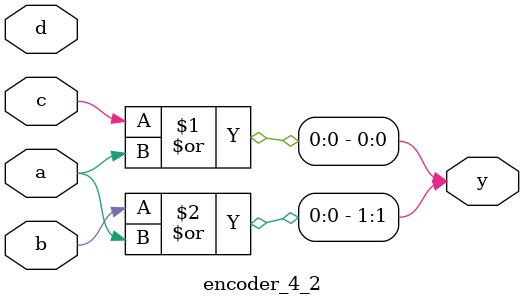
<source format=v>
module encoder_4_2 (
    a,
    b,
    c,
    d,
    y
);
    input a, b, c, d;
    output [1:0] y;

    assign y[0] = c | a;
    assign y[1] = b | a;
endmodule

</source>
